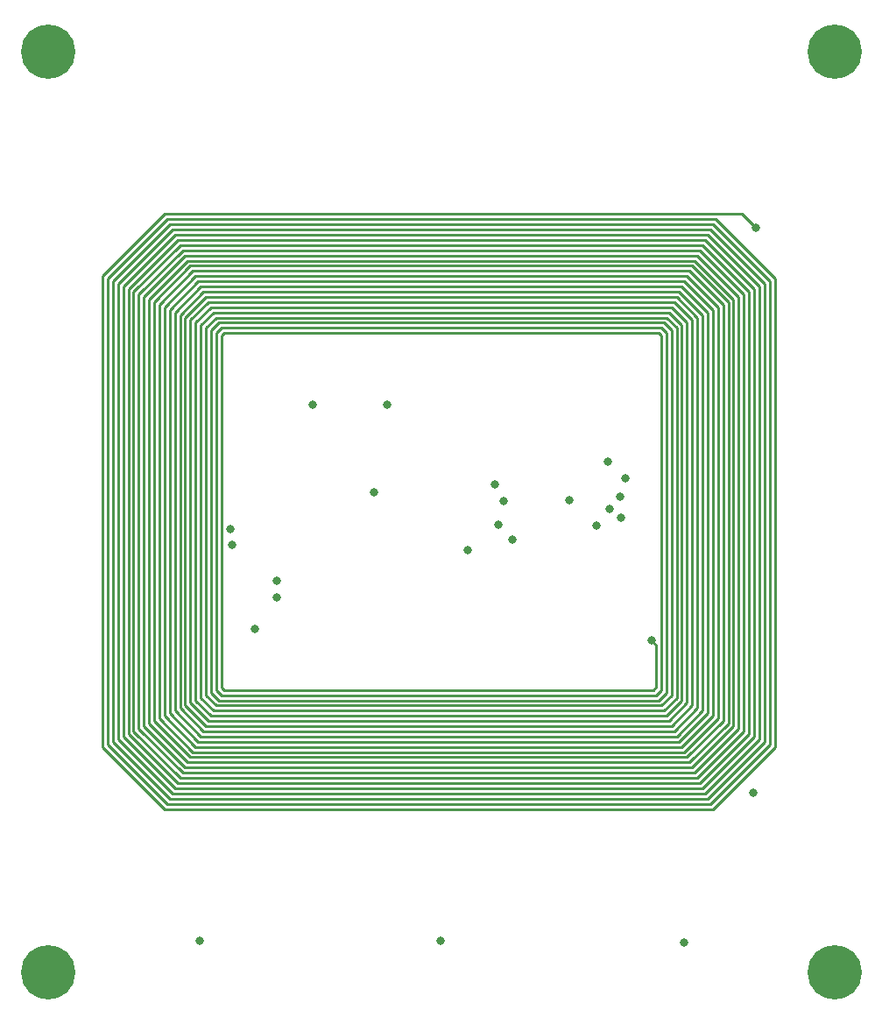
<source format=gbr>
%TF.GenerationSoftware,KiCad,Pcbnew,(6.0.7)*%
%TF.CreationDate,2023-05-18T12:23:57-07:00*%
%TF.ProjectId,solar-panel-NoCutout,736f6c61-722d-4706-916e-656c2d4e6f43,3.0*%
%TF.SameCoordinates,Original*%
%TF.FileFunction,Copper,L3,Inr*%
%TF.FilePolarity,Positive*%
%FSLAX46Y46*%
G04 Gerber Fmt 4.6, Leading zero omitted, Abs format (unit mm)*
G04 Created by KiCad (PCBNEW (6.0.7)) date 2023-05-18 12:23:57*
%MOMM*%
%LPD*%
G01*
G04 APERTURE LIST*
%TA.AperFunction,ComponentPad*%
%ADD10C,5.250000*%
%TD*%
%TA.AperFunction,ViaPad*%
%ADD11C,0.800000*%
%TD*%
%TA.AperFunction,Conductor*%
%ADD12C,0.250000*%
%TD*%
G04 APERTURE END LIST*
D10*
%TO.N,unconnected-(J2-Pad1)*%
%TO.C,J2*%
X106500000Y-70300000D03*
%TD*%
%TO.N,unconnected-(J3-Pad1)*%
%TO.C,J3*%
X106500000Y-159300000D03*
%TD*%
%TO.N,unconnected-(J4-Pad1)*%
%TO.C,J4*%
X182500000Y-70300000D03*
%TD*%
%TO.N,unconnected-(J5-Pad1)*%
%TO.C,J5*%
X182500000Y-159300000D03*
%TD*%
D11*
%TO.N,GND*%
X168000000Y-156390000D03*
X156860000Y-113670000D03*
X160570000Y-109960000D03*
X144450000Y-156250000D03*
X149675000Y-112100000D03*
X121120000Y-156220000D03*
X124150000Y-116450000D03*
X137975000Y-112925000D03*
X160750000Y-114500000D03*
%TO.N,+3V3*%
X139300000Y-104410000D03*
X150540000Y-113710000D03*
X126510000Y-126100000D03*
X151390000Y-117440000D03*
X132050000Y-104410000D03*
%TO.N,VSOLAR*%
X124270000Y-118000000D03*
%TO.N,SDA*%
X147030000Y-118510000D03*
X128560000Y-121470000D03*
%TO.N,SCL*%
X128630000Y-123030000D03*
X149990000Y-115990000D03*
%TO.N,Net-(C3-Pad1)*%
X159470000Y-116130000D03*
X162260000Y-111570000D03*
%TO.N,Net-(U3-Pad7)*%
X161890000Y-115330000D03*
X174680000Y-141950000D03*
X161820000Y-113350000D03*
X164800000Y-127190000D03*
X174900000Y-87350000D03*
%TD*%
D12*
%TO.N,Net-(U3-Pad7)*%
X166500000Y-95500000D02*
X167750000Y-96750000D01*
X121750000Y-135500000D02*
X119750000Y-133500000D01*
X121250000Y-132750000D02*
X121250000Y-96750000D01*
X166500000Y-135000000D02*
X122000000Y-135000000D01*
X123250000Y-132500000D02*
X122750000Y-132000000D01*
X112750000Y-137000000D02*
X112750000Y-92500000D01*
X118750000Y-95500000D02*
X121250000Y-93000000D01*
X122250000Y-134500000D02*
X120750000Y-133000000D01*
X120750000Y-96500000D02*
X122250000Y-95000000D01*
X167750000Y-93000000D02*
X170250000Y-95500000D01*
X167000000Y-94500000D02*
X168750000Y-96250000D01*
X167000000Y-136000000D02*
X121500000Y-136000000D01*
X121750000Y-94000000D02*
X167250000Y-94000000D01*
X120750000Y-137500000D02*
X117750000Y-134500000D01*
X112250000Y-92250000D02*
X118000000Y-86500000D01*
X113250000Y-136750000D02*
X113250000Y-92750000D01*
X169500000Y-141000000D02*
X119000000Y-141000000D01*
X123250000Y-97750000D02*
X123500000Y-97500000D01*
X116250000Y-135250000D02*
X116250000Y-94250000D01*
X122750000Y-96000000D02*
X166250000Y-96000000D01*
X117250000Y-134750000D02*
X117250000Y-94750000D01*
X119000000Y-141000000D02*
X114250000Y-136250000D01*
X170250000Y-88000000D02*
X175250000Y-93000000D01*
X169750000Y-141500000D02*
X118750000Y-141500000D01*
X171750000Y-94750000D02*
X171750000Y-135000000D01*
X172750000Y-94250000D02*
X172750000Y-135500000D01*
X174750000Y-93250000D02*
X174750000Y-136500000D01*
X166250000Y-97500000D02*
X166250000Y-132250000D01*
X168750000Y-91000000D02*
X172250000Y-94500000D01*
X165000000Y-132000000D02*
X123500000Y-132000000D01*
X173750000Y-136000000D02*
X169250000Y-140500000D01*
X170750000Y-134500000D02*
X167750000Y-137500000D01*
X111750000Y-137500000D02*
X111750000Y-92000000D01*
X120250000Y-133250000D02*
X120250000Y-96250000D01*
X121000000Y-92500000D02*
X168000000Y-92500000D01*
X118000000Y-143000000D02*
X112250000Y-137250000D01*
X123000000Y-133000000D02*
X122250000Y-132250000D01*
X116250000Y-94250000D02*
X120000000Y-90500000D01*
X164800000Y-127190000D02*
X165290000Y-127680000D01*
X168250000Y-96500000D02*
X168250000Y-133250000D01*
X122250000Y-132250000D02*
X122250000Y-97250000D01*
X119500000Y-89500000D02*
X169500000Y-89500000D01*
X170750000Y-143500000D02*
X117750000Y-143500000D01*
X171000000Y-86500000D02*
X176750000Y-92250000D01*
X168250000Y-92000000D02*
X171250000Y-95000000D01*
X122750000Y-132000000D02*
X122750000Y-97500000D01*
X118250000Y-142500000D02*
X112750000Y-137000000D01*
X123250000Y-97000000D02*
X165750000Y-97000000D01*
X170500000Y-87500000D02*
X175750000Y-92750000D01*
X121750000Y-132500000D02*
X121750000Y-97000000D01*
X119250000Y-140500000D02*
X114750000Y-136000000D01*
X167750000Y-137500000D02*
X120750000Y-137500000D01*
X166750000Y-97250000D02*
X166750000Y-132500000D01*
X115250000Y-93750000D02*
X119500000Y-89500000D01*
X117750000Y-143500000D02*
X111750000Y-137500000D01*
X121000000Y-137000000D02*
X118250000Y-134250000D01*
X166750000Y-135500000D02*
X121750000Y-135500000D01*
X119250000Y-133750000D02*
X119250000Y-95750000D01*
X118750000Y-134000000D02*
X118750000Y-95500000D01*
X121500000Y-93500000D02*
X167500000Y-93500000D01*
X118250000Y-87000000D02*
X170750000Y-87000000D01*
X175250000Y-93000000D02*
X175250000Y-136750000D01*
X169750000Y-89000000D02*
X174250000Y-93500000D01*
X120750000Y-133000000D02*
X120750000Y-96500000D01*
X173750000Y-93750000D02*
X173750000Y-136000000D01*
X121250000Y-136500000D02*
X118750000Y-134000000D01*
X176750000Y-137500000D02*
X170750000Y-143500000D01*
X122750000Y-97500000D02*
X123250000Y-97000000D01*
X174750000Y-136500000D02*
X169750000Y-141500000D01*
X119750000Y-90000000D02*
X169250000Y-90000000D01*
X165500000Y-97500000D02*
X165750000Y-97750000D01*
X170500000Y-143000000D02*
X118000000Y-143000000D01*
X117750000Y-134500000D02*
X117750000Y-95000000D01*
X172750000Y-135500000D02*
X168750000Y-139500000D01*
X173250000Y-135750000D02*
X169000000Y-140000000D01*
X169000000Y-90500000D02*
X172750000Y-94250000D01*
X117250000Y-94750000D02*
X120500000Y-91500000D01*
X166750000Y-132500000D02*
X165750000Y-133500000D01*
X114750000Y-93500000D02*
X119250000Y-89000000D01*
X174250000Y-136250000D02*
X169500000Y-141000000D01*
X119500000Y-140000000D02*
X115250000Y-135750000D01*
X113750000Y-93000000D02*
X118750000Y-88000000D01*
X169250000Y-140500000D02*
X119250000Y-140500000D01*
X168000000Y-92500000D02*
X170750000Y-95250000D01*
X171250000Y-134750000D02*
X168000000Y-138000000D01*
X170000000Y-88500000D02*
X174750000Y-93250000D01*
X167750000Y-96750000D02*
X167750000Y-133000000D01*
X168500000Y-91500000D02*
X171750000Y-94750000D01*
X122000000Y-94500000D02*
X167000000Y-94500000D01*
X169750000Y-134000000D02*
X167250000Y-136500000D01*
X165750000Y-97000000D02*
X166250000Y-97500000D01*
X165250000Y-132500000D02*
X123250000Y-132500000D01*
X117750000Y-95000000D02*
X120750000Y-92000000D01*
X167500000Y-93500000D02*
X169750000Y-95750000D01*
X120250000Y-91000000D02*
X168750000Y-91000000D01*
X121250000Y-96750000D02*
X122500000Y-95500000D01*
X169500000Y-89500000D02*
X173750000Y-93750000D01*
X170250000Y-134250000D02*
X167500000Y-137000000D01*
X123500000Y-132000000D02*
X123250000Y-131750000D01*
X119750000Y-133500000D02*
X119750000Y-96000000D01*
X169250000Y-133750000D02*
X167000000Y-136000000D01*
X170250000Y-142500000D02*
X118250000Y-142500000D01*
X122250000Y-97250000D02*
X123000000Y-96500000D01*
X121250000Y-93000000D02*
X167750000Y-93000000D01*
X118000000Y-86500000D02*
X171000000Y-86500000D01*
X120250000Y-138500000D02*
X116750000Y-135000000D01*
X166250000Y-132250000D02*
X165500000Y-133000000D01*
X176250000Y-92500000D02*
X176250000Y-137250000D01*
X165500000Y-133000000D02*
X123000000Y-133000000D01*
X167500000Y-137000000D02*
X121000000Y-137000000D01*
X166000000Y-134000000D02*
X122500000Y-134000000D01*
X114250000Y-136250000D02*
X114250000Y-93250000D01*
X176250000Y-137250000D02*
X170500000Y-143000000D01*
X170750000Y-87000000D02*
X176250000Y-92500000D01*
X123000000Y-96500000D02*
X166000000Y-96500000D01*
X166250000Y-134500000D02*
X122250000Y-134500000D01*
X117750000Y-86000000D02*
X173550000Y-86000000D01*
X115750000Y-135500000D02*
X115750000Y-94000000D01*
X118750000Y-141500000D02*
X113750000Y-136500000D01*
X172250000Y-94500000D02*
X172250000Y-135250000D01*
X118250000Y-95250000D02*
X121000000Y-92500000D01*
X165750000Y-133500000D02*
X122750000Y-133500000D01*
X120000000Y-90500000D02*
X169000000Y-90500000D01*
X170250000Y-95500000D02*
X170250000Y-134250000D01*
X166000000Y-96500000D02*
X166750000Y-97250000D01*
X120250000Y-96250000D02*
X122000000Y-94500000D01*
X114750000Y-136000000D02*
X114750000Y-93500000D01*
X166250000Y-96000000D02*
X167250000Y-97000000D01*
X115250000Y-135750000D02*
X115250000Y-93750000D01*
X167250000Y-132750000D02*
X166000000Y-134000000D01*
X165750000Y-132000000D02*
X165250000Y-132500000D01*
X120500000Y-91500000D02*
X168500000Y-91500000D01*
X112250000Y-137250000D02*
X112250000Y-92250000D01*
X170000000Y-142000000D02*
X118500000Y-142000000D01*
X167250000Y-97000000D02*
X167250000Y-132750000D01*
X168250000Y-133250000D02*
X166500000Y-135000000D01*
X121750000Y-97000000D02*
X122750000Y-96000000D01*
X167250000Y-94000000D02*
X169250000Y-96000000D01*
X169000000Y-140000000D02*
X119500000Y-140000000D01*
X113750000Y-136500000D02*
X113750000Y-93000000D01*
X118250000Y-134250000D02*
X118250000Y-95250000D01*
X116750000Y-94500000D02*
X120250000Y-91000000D01*
X173250000Y-94000000D02*
X173250000Y-135750000D01*
X119250000Y-89000000D02*
X169750000Y-89000000D01*
X119750000Y-139500000D02*
X115750000Y-135500000D01*
X120000000Y-139000000D02*
X116250000Y-135250000D01*
X111750000Y-92000000D02*
X117750000Y-86000000D01*
X120500000Y-138000000D02*
X117250000Y-134750000D01*
X166750000Y-95000000D02*
X168250000Y-96500000D01*
X122000000Y-135000000D02*
X120250000Y-133250000D01*
X165290000Y-127680000D02*
X165290000Y-131710000D01*
X168000000Y-138000000D02*
X120500000Y-138000000D01*
X176750000Y-92250000D02*
X176750000Y-137500000D01*
X122500000Y-134000000D02*
X121250000Y-132750000D01*
X168750000Y-133500000D02*
X166750000Y-135500000D01*
X170750000Y-95250000D02*
X170750000Y-134500000D01*
X172250000Y-135250000D02*
X168500000Y-139000000D01*
X165290000Y-131710000D02*
X165000000Y-132000000D01*
X119750000Y-96000000D02*
X121750000Y-94000000D01*
X171250000Y-95000000D02*
X171250000Y-134750000D01*
X116750000Y-135000000D02*
X116750000Y-94500000D01*
X119000000Y-88500000D02*
X170000000Y-88500000D01*
X118750000Y-88000000D02*
X170250000Y-88000000D01*
X169750000Y-95750000D02*
X169750000Y-134000000D01*
X168750000Y-139500000D02*
X119750000Y-139500000D01*
X167750000Y-133000000D02*
X166250000Y-134500000D01*
X122750000Y-133500000D02*
X121750000Y-132500000D01*
X122500000Y-95500000D02*
X166500000Y-95500000D01*
X113250000Y-92750000D02*
X118500000Y-87500000D01*
X173550000Y-86000000D02*
X174900000Y-87350000D01*
X174250000Y-93500000D02*
X174250000Y-136250000D01*
X169250000Y-90000000D02*
X173250000Y-94000000D01*
X122250000Y-95000000D02*
X166750000Y-95000000D01*
X175250000Y-136750000D02*
X170000000Y-142000000D01*
X165750000Y-97750000D02*
X165750000Y-132000000D01*
X168500000Y-139000000D02*
X120000000Y-139000000D01*
X167250000Y-136500000D02*
X121250000Y-136500000D01*
X123500000Y-97500000D02*
X165500000Y-97500000D01*
X168750000Y-96250000D02*
X168750000Y-133500000D01*
X168250000Y-138500000D02*
X120250000Y-138500000D01*
X123250000Y-131750000D02*
X123250000Y-97750000D01*
X120750000Y-92000000D02*
X168250000Y-92000000D01*
X171750000Y-135000000D02*
X168250000Y-138500000D01*
X175750000Y-92750000D02*
X175750000Y-137000000D01*
X118500000Y-142000000D02*
X113250000Y-136750000D01*
X118500000Y-87500000D02*
X170500000Y-87500000D01*
X114250000Y-93250000D02*
X119000000Y-88500000D01*
X119250000Y-95750000D02*
X121500000Y-93500000D01*
X169250000Y-96000000D02*
X169250000Y-133750000D01*
X175750000Y-137000000D02*
X170250000Y-142500000D01*
X112750000Y-92500000D02*
X118250000Y-87000000D01*
X121500000Y-136000000D02*
X119250000Y-133750000D01*
X115750000Y-94000000D02*
X119750000Y-90000000D01*
%TD*%
M02*

</source>
